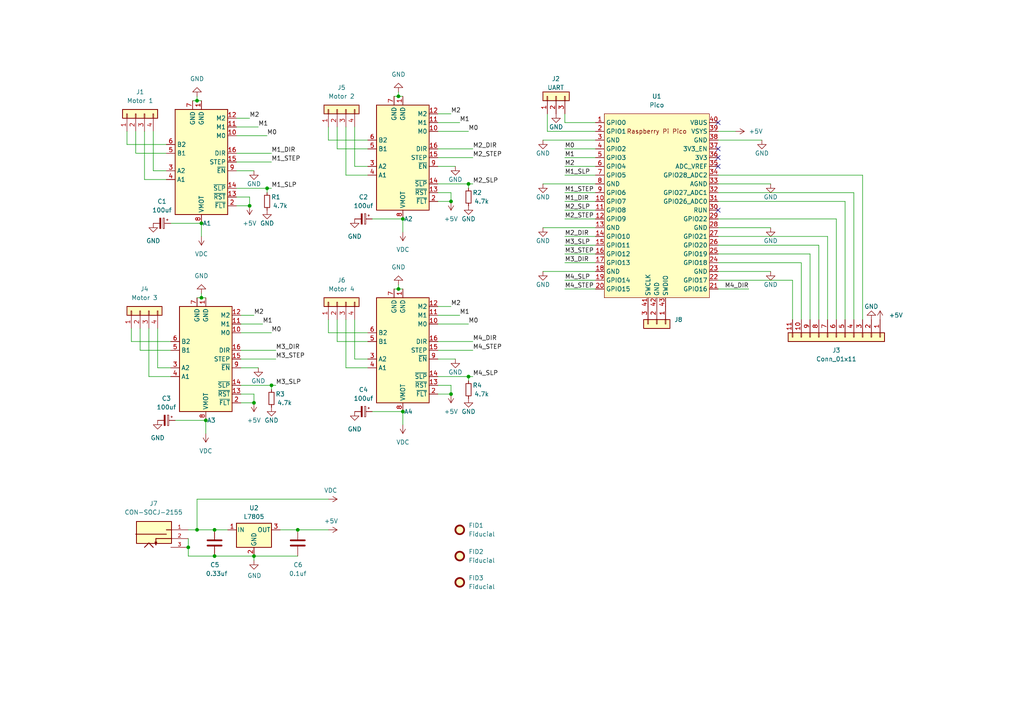
<source format=kicad_sch>
(kicad_sch (version 20230121) (generator eeschema)
  (paper "A4")
  (lib_symbols
    (symbol "Connector_Generic:Conn_01x03" (pin_names (offset 1.016) hide)
      (property "Reference" "J" (at 0 5.08 0))
      (property "Value" "Conn_01x03" (at 0 -5.08 0))
      (symbol "Conn_01x03_1_1"
        (rectangle (start -1.27 -2.413) (end 0 -2.667) (stroke (width 0.1524)))
        (rectangle (start -1.27 0.127) (end 0 -0.127) (stroke (width 0.1524)))
        (rectangle (start -1.27 2.667) (end 0 2.413) (stroke (width 0.1524)))
        (rectangle (start -1.27 3.81) (end 1.27 -3.81) (stroke (width 0.254)) (fill (type background)))
        (pin passive line (at -5.08 2.54 0) (length 3.81) (name "Pin_1") (number "1"))
        (pin passive line (at -5.08 0 0) (length 3.81) (name "Pin_2") (number "2"))
        (pin passive line (at -5.08 -2.54 0) (length 3.81) (name "Pin_3") (number "3"))
      )
    )
    (symbol "Connector_Generic:Conn_01x04" (pin_names (offset 1.016) hide)
      (property "Reference" "J" (at 0 5.08 0))
      (property "Value" "Conn_01x04" (at 0 -7.62 0))
      (symbol "Conn_01x04_1_1"
        (rectangle (start -1.27 -4.953) (end 0 -5.207) (stroke (width 0.1524)))
        (rectangle (start -1.27 -2.413) (end 0 -2.667) (stroke (width 0.1524)))
        (rectangle (start -1.27 0.127) (end 0 -0.127) (stroke (width 0.1524)))
        (rectangle (start -1.27 2.667) (end 0 2.413) (stroke (width 0.1524)))
        (rectangle (start -1.27 3.81) (end 1.27 -6.35) (stroke (width 0.254)) (fill (type background)))
        (pin passive line (at -5.08 2.54 0) (length 3.81) (name "Pin_1") (number "1"))
        (pin passive line (at -5.08 0 0) (length 3.81) (name "Pin_2") (number "2"))
        (pin passive line (at -5.08 -2.54 0) (length 3.81) (name "Pin_3") (number "3"))
        (pin passive line (at -5.08 -5.08 0) (length 3.81) (name "Pin_4") (number "4"))
      )
    )
    (symbol "Connector_Generic:Conn_01x11" (pin_names (offset 1.016) hide)
      (property "Reference" "J" (at 0 15.24 0))
      (property "Value" "Conn_01x11" (at 0 -15.24 0))
      (symbol "Conn_01x11_1_1"
        (rectangle (start -1.27 -12.573) (end 0 -12.827) (stroke (width 0.1524)))
        (rectangle (start -1.27 -10.033) (end 0 -10.287) (stroke (width 0.1524)))
        (rectangle (start -1.27 -7.493) (end 0 -7.747) (stroke (width 0.1524)))
        (rectangle (start -1.27 -4.953) (end 0 -5.207) (stroke (width 0.1524)))
        (rectangle (start -1.27 -2.413) (end 0 -2.667) (stroke (width 0.1524)))
        (rectangle (start -1.27 0.127) (end 0 -0.127) (stroke (width 0.1524)))
        (rectangle (start -1.27 2.667) (end 0 2.413) (stroke (width 0.1524)))
        (rectangle (start -1.27 5.207) (end 0 4.953) (stroke (width 0.1524)))
        (rectangle (start -1.27 7.747) (end 0 7.493) (stroke (width 0.1524)))
        (rectangle (start -1.27 10.287) (end 0 10.033) (stroke (width 0.1524)))
        (rectangle (start -1.27 12.827) (end 0 12.573) (stroke (width 0.1524)))
        (rectangle (start -1.27 13.97) (end 1.27 -13.97) (stroke (width 0.254)) (fill (type background)))
        (pin passive line (at -5.08 12.7 0) (length 3.81) (name "Pin_1") (number "1"))
        (pin passive line (at -5.08 -10.16 0) (length 3.81) (name "Pin_10") (number "10"))
        (pin passive line (at -5.08 -12.7 0) (length 3.81) (name "Pin_11") (number "11"))
        (pin passive line (at -5.08 10.16 0) (length 3.81) (name "Pin_2") (number "2"))
        (pin passive line (at -5.08 7.62 0) (length 3.81) (name "Pin_3") (number "3"))
        (pin passive line (at -5.08 5.08 0) (length 3.81) (name "Pin_4") (number "4"))
        (pin passive line (at -5.08 2.54 0) (length 3.81) (name "Pin_5") (number "5"))
        (pin passive line (at -5.08 0 0) (length 3.81) (name "Pin_6") (number "6"))
        (pin passive line (at -5.08 -2.54 0) (length 3.81) (name "Pin_7") (number "7"))
        (pin passive line (at -5.08 -5.08 0) (length 3.81) (name "Pin_8") (number "8"))
        (pin passive line (at -5.08 -7.62 0) (length 3.81) (name "Pin_9") (number "9"))
      )
    )
    (symbol "Device:C" (pin_numbers hide) (pin_names (offset 0.254))
      (property "Reference" "C" (at 0.635 2.54 0))
      (property "Value" "C" (at 0.635 -2.54 0))
      (symbol "C_0_1"
        (polyline (pts (xy -2.032 -0.762) (xy 2.032 -0.762)) (stroke (width 0.508)))
        (polyline (pts (xy -2.032 0.762) (xy 2.032 0.762)) (stroke (width 0.508)))
      )
      (symbol "C_1_1"
        (pin passive line (at 0 3.81 270) (length 2.794) (name "~") (number "1"))
        (pin passive line (at 0 -3.81 90) (length 2.794) (name "~") (number "2"))
      )
    )
    (symbol "Device:C_Polarized_Small" (pin_numbers hide) (pin_names (offset 0.254) hide)
      (property "Reference" "C" (at 0.254 1.778 0))
      (property "Value" "C_Polarized_Small" (at 0.254 -2.032 0))
      (symbol "C_Polarized_Small_0_1"
        (rectangle (start -1.524 -0.3048) (end 1.524 -0.6858) (fill (type outline)))
        (rectangle (start -1.524 0.6858) (end 1.524 0.3048))
        (polyline (pts (xy -1.27 1.524) (xy -0.762 1.524)))
        (polyline (pts (xy -1.016 1.27) (xy -1.016 1.778)))
      )
      (symbol "C_Polarized_Small_1_1"
        (pin passive line (at 0 2.54 270) (length 1.8542) (name "~") (number "1"))
        (pin passive line (at 0 -2.54 90) (length 1.8542) (name "~") (number "2"))
      )
    )
    (symbol "Device:R_Small" (pin_numbers hide) (pin_names (offset 0.254) hide)
      (property "Reference" "R" (at 0.762 0.508 0))
      (property "Value" "R_Small" (at 0.762 -1.016 0))
      (symbol "R_Small_0_1"
        (rectangle (start -0.762 1.778) (end 0.762 -1.778) (stroke (width 0.2032)))
      )
      (symbol "R_Small_1_1"
        (pin passive line (at 0 2.54 270) (length 0.762) (name "~") (number "1"))
        (pin passive line (at 0 -2.54 90) (length 0.762) (name "~") (number "2"))
      )
    )
    (symbol "Driver_Motor:Pololu_Breakout_DRV8825"
      (property "Reference" "A" (at -2.54 16.51 0))
      (property "Value" "Pololu_Breakout_DRV8825" (at -2.54 13.97 0))
      (symbol "Pololu_Breakout_DRV8825_0_1"
        (rectangle (start 7.62 -17.78) (end -7.62 12.7) (stroke (width 0.254)) (fill (type background)))
      )
      (symbol "Pololu_Breakout_DRV8825_1_1"
        (pin power_in line (at 0 -20.32 90) (length 2.54) (name "GND") (number "1"))
        (pin input line (at -10.16 -10.16 0) (length 2.54) (name "M0") (number "10"))
        (pin input line (at -10.16 -12.7 0) (length 2.54) (name "M1") (number "11"))
        (pin input line (at -10.16 -15.24 0) (length 2.54) (name "M2") (number "12"))
        (pin input line (at -10.16 7.62 0) (length 2.54) (name "~{RST}") (number "13"))
        (pin input line (at -10.16 5.08 0) (length 2.54) (name "~{SLP}") (number "14"))
        (pin input line (at -10.16 -2.54 0) (length 2.54) (name "STEP") (number "15"))
        (pin input line (at -10.16 -5.08 0) (length 2.54) (name "DIR") (number "16"))
        (pin output line (at -10.16 10.16 0) (length 2.54) (name "~{FLT}") (number "2"))
        (pin output line (at 10.16 0 180) (length 2.54) (name "A2") (number "3"))
        (pin output line (at 10.16 2.54 180) (length 2.54) (name "A1") (number "4"))
        (pin output line (at 10.16 -5.08 180) (length 2.54) (name "B1") (number "5"))
        (pin output line (at 10.16 -7.62 180) (length 2.54) (name "B2") (number "6"))
        (pin power_in line (at 2.54 -20.32 90) (length 2.54) (name "GND") (number "7"))
        (pin power_in line (at 0 15.24 270) (length 2.54) (name "VMOT") (number "8"))
        (pin input line (at -10.16 0 0) (length 2.54) (name "~{EN}") (number "9"))
      )
    )
    (symbol "MCU_RaspberryPi_and_Boards:Pico"
      (property "Reference" "U" (at -13.97 27.94 0))
      (property "Value" "Pico" (at 0 19.05 0))
      (symbol "Pico_0_0"
        (text "Raspberry Pi Pico" (at 0 21.59 0) (effects (font (size 1.27 1.27))))
      )
      (symbol "Pico_0_1"
        (rectangle (start -15.24 26.67) (end 15.24 -26.67) (fill (type background)))
      )
      (symbol "Pico_1_1"
        (pin bidirectional line (at -17.78 24.13 0) (length 2.54) (name "GPIO0") (number "1"))
        (pin bidirectional line (at -17.78 1.27 0) (length 2.54) (name "GPIO7") (number "10"))
        (pin bidirectional line (at -17.78 -1.27 0) (length 2.54) (name "GPIO8") (number "11"))
        (pin bidirectional line (at -17.78 -3.81 0) (length 2.54) (name "GPIO9") (number "12"))
        (pin power_in line (at -17.78 -6.35 0) (length 2.54) (name "GND") (number "13"))
        (pin bidirectional line (at -17.78 -8.89 0) (length 2.54) (name "GPIO10") (number "14"))
        (pin bidirectional line (at -17.78 -11.43 0) (length 2.54) (name "GPIO11") (number "15"))
        (pin bidirectional line (at -17.78 -13.97 0) (length 2.54) (name "GPIO12") (number "16"))
        (pin bidirectional line (at -17.78 -16.51 0) (length 2.54) (name "GPIO13") (number "17"))
        (pin power_in line (at -17.78 -19.05 0) (length 2.54) (name "GND") (number "18"))
        (pin bidirectional line (at -17.78 -21.59 0) (length 2.54) (name "GPIO14") (number "19"))
        (pin bidirectional line (at -17.78 21.59 0) (length 2.54) (name "GPIO1") (number "2"))
        (pin bidirectional line (at -17.78 -24.13 0) (length 2.54) (name "GPIO15") (number "20"))
        (pin bidirectional line (at 17.78 -24.13 180) (length 2.54) (name "GPIO16") (number "21"))
        (pin bidirectional line (at 17.78 -21.59 180) (length 2.54) (name "GPIO17") (number "22"))
        (pin power_in line (at 17.78 -19.05 180) (length 2.54) (name "GND") (number "23"))
        (pin bidirectional line (at 17.78 -16.51 180) (length 2.54) (name "GPIO18") (number "24"))
        (pin bidirectional line (at 17.78 -13.97 180) (length 2.54) (name "GPIO19") (number "25"))
        (pin bidirectional line (at 17.78 -11.43 180) (length 2.54) (name "GPIO20") (number "26"))
        (pin bidirectional line (at 17.78 -8.89 180) (length 2.54) (name "GPIO21") (number "27"))
        (pin power_in line (at 17.78 -6.35 180) (length 2.54) (name "GND") (number "28"))
        (pin bidirectional line (at 17.78 -3.81 180) (length 2.54) (name "GPIO22") (number "29"))
        (pin power_in line (at -17.78 19.05 0) (length 2.54) (name "GND") (number "3"))
        (pin input line (at 17.78 -1.27 180) (length 2.54) (name "RUN") (number "30"))
        (pin bidirectional line (at 17.78 1.27 180) (length 2.54) (name "GPIO26_ADC0") (number "31"))
        (pin bidirectional line (at 17.78 3.81 180) (length 2.54) (name "GPIO27_ADC1") (number "32"))
        (pin power_in line (at 17.78 6.35 180) (length 2.54) (name "AGND") (number "33"))
        (pin bidirectional line (at 17.78 8.89 180) (length 2.54) (name "GPIO28_ADC2") (number "34"))
        (pin power_in line (at 17.78 11.43 180) (length 2.54) (name "ADC_VREF") (number "35"))
        (pin power_in line (at 17.78 13.97 180) (length 2.54) (name "3V3") (number "36"))
        (pin input line (at 17.78 16.51 180) (length 2.54) (name "3V3_EN") (number "37"))
        (pin bidirectional line (at 17.78 19.05 180) (length 2.54) (name "GND") (number "38"))
        (pin power_in line (at 17.78 21.59 180) (length 2.54) (name "VSYS") (number "39"))
        (pin bidirectional line (at -17.78 16.51 0) (length 2.54) (name "GPIO2") (number "4"))
        (pin power_in line (at 17.78 24.13 180) (length 2.54) (name "VBUS") (number "40"))
        (pin input line (at -2.54 -29.21 90) (length 2.54) (name "SWCLK") (number "41"))
        (pin power_in line (at 0 -29.21 90) (length 2.54) (name "GND") (number "42"))
        (pin bidirectional line (at 2.54 -29.21 90) (length 2.54) (name "SWDIO") (number "43"))
        (pin bidirectional line (at -17.78 13.97 0) (length 2.54) (name "GPIO3") (number "5"))
        (pin bidirectional line (at -17.78 11.43 0) (length 2.54) (name "GPIO4") (number "6"))
        (pin bidirectional line (at -17.78 8.89 0) (length 2.54) (name "GPIO5") (number "7"))
        (pin power_in line (at -17.78 6.35 0) (length 2.54) (name "GND") (number "8"))
        (pin bidirectional line (at -17.78 3.81 0) (length 2.54) (name "GPIO6") (number "9"))
      )
    )
    (symbol "Mechanical:Fiducial"
      (property "Reference" "FID" (at 0 5.08 0))
      (property "Value" "Fiducial" (at 0 3.175 0))
      (symbol "Fiducial_0_1"
        (circle (center 0 0) (radius 1.27) (stroke (width 0.508)) (fill (type background)))
      )
    )
    (symbol "Regulator_Linear:L7805" (pin_names (offset 0.254))
      (property "Reference" "U" (at -3.81 3.175 0))
      (property "Value" "L7805" (at 0 3.175 0))
      (symbol "L7805_0_1"
        (rectangle (start -5.08 1.905) (end 5.08 -5.08) (stroke (width 0.254)) (fill (type background)))
      )
      (symbol "L7805_1_1"
        (pin power_in line (at -7.62 0 0) (length 2.54) (name "IN") (number "1"))
        (pin power_in line (at 0 -7.62 90) (length 2.54) (name "GND") (number "2"))
        (pin power_out line (at 7.62 0 180) (length 2.54) (name "OUT") (number "3"))
      )
    )
    (symbol "power:+5V" (power) (pin_names (offset 0))
      (property "Value" "+5V" (at 0 3.556 0))
      (symbol "+5V_0_1"
        (polyline (pts (xy -0.762 1.27) (xy 0 2.54)))
        (polyline (pts (xy 0 0) (xy 0 2.54)))
        (polyline (pts (xy 0 2.54) (xy 0.762 1.27)))
      )
      (symbol "+5V_1_1"
        (pin power_in line (at 0 0 90) (length 0) hide (name "+5V") (number "1"))
      )
    )
    (symbol "power:GND" (power) (pin_names (offset 0))
      (property "Value" "GND" (at 0 -3.81 0))
      (symbol "GND_0_1"
        (polyline (pts (xy 0 0) (xy 0 -1.27) (xy 1.27 -1.27) (xy 0 -2.54) (xy -1.27 -1.27) (xy 0 -1.27)))
      )
      (symbol "GND_1_1"
        (pin power_in line (at 0 0 270) (length 0) hide (name "GND") (number "1"))
      )
    )
    (symbol "power:VDC" (power) (pin_names (offset 0))
      (property "Value" "VDC" (at 0 6.35 0))
      (symbol "VDC_0_1"
        (polyline (pts (xy -0.762 1.27) (xy 0 2.54)))
        (polyline (pts (xy 0 0) (xy 0 2.54)))
        (polyline (pts (xy 0 2.54) (xy 0.762 1.27)))
      )
      (symbol "VDC_1_1"
        (pin power_in line (at 0 0 90) (length 0) hide (name "VDC") (number "1"))
      )
    )
    (symbol "secdev-main-board:CON-SOCJ-2155" (pin_names (offset 1.016))
      (property "Reference" "J" (at -5.08 5.08 0))
      (property "Value" "CON-SOCJ-2155" (at -5.08 -4.318 0))
      (symbol "CON-SOCJ-2155_0_0"
        (rectangle (start -4.8683 -1.397) (end 5.2917 4.953) (stroke (width 0.254)) (fill (type background)))
        (polyline (pts (xy -2.54 -2.54) (xy -1.27 -1.27)) (stroke (width 0.254)))
        (polyline (pts (xy -1.27 -1.27) (xy 0 -2.54)) (stroke (width 0.254)))
        (polyline (pts (xy 0.762 0) (xy 0.762 -1.778)) (stroke (width 0.254)))
        (polyline (pts (xy 0.762 0) (xy 5.08 0)) (stroke (width 0.254)))
        (polyline (pts (xy 3.81 1.27) (xy -5.08 1.27)) (stroke (width 0.254)))
        (polyline (pts (xy 3.81 2.54) (xy 5.08 2.54)) (stroke (width 0.254)))
        (polyline (pts (xy 0.762 -1.778) (xy 0.508 -1.016) (xy 1.016 -1.016) (xy 0.762 -1.778)) (stroke (width 0.254)) (fill (type outline)))
        (pin passive line (at 10.16 2.54 180) (length 5.08) (name "~") (number "1"))
        (pin passive line (at 10.16 0 180) (length 5.08) (name "~") (number "2"))
        (pin passive line (at 10.16 -2.54 180) (length 5.08) (name "~") (number "3"))
      )
    )
  )
  (junction (at 62.23 161.29))
  (junction (at 59.69 121.92))
  (junction (at 54.61 158.75))
  (junction (at 57.15 29.21))
  (junction (at 115.57 83.82))
  (junction (at 58.42 86.36))
  (junction (at 62.23 153.67))
  (junction (at 130.81 58.42))
  (junction (at 135.89 53.34))
  (junction (at 86.36 153.67))
  (junction (at 73.66 116.84))
  (junction (at 116.84 119.38))
  (junction (at 78.74 111.76))
  (junction (at 135.89 109.22))
  (junction (at 73.66 161.29))
  (junction (at 130.81 114.3))
  (junction (at 57.15 153.67))
  (junction (at 116.84 63.5))
  (junction (at 77.47 54.61))
  (junction (at 72.39 59.69))
  (junction (at 115.57 27.94))
  (junction (at 58.42 64.77))
  (no_connect (at 208.28 43.18))
  (no_connect (at 208.28 35.56))
  (no_connect (at 208.28 45.72))
  (no_connect (at 208.28 48.26))
  (no_connect (at 208.28 60.96))
  (wire (pts (xy 69.85 93.98) (xy 76.2 93.98)))
  (wire (pts (xy 69.85 101.6) (xy 80.01 101.6)))
  (wire (pts (xy 127 99.06) (xy 137.16 99.06)))
  (wire (pts (xy 81.28 153.67) (xy 86.36 153.67)))
  (wire (pts (xy 107.95 119.38) (xy 116.84 119.38)))
  (wire (pts (xy 127 93.98) (xy 135.89 93.98)))
  (wire (pts (xy 69.85 106.68) (xy 74.93 106.68)))
  (wire (pts (xy 127 104.14) (xy 132.08 104.14)))
  (wire (pts (xy 62.23 153.67) (xy 66.04 153.67)))
  (wire (pts (xy 57.15 27.94) (xy 57.15 29.21)))
  (wire (pts (xy 57.15 29.21) (xy 58.42 29.21)))
  (wire (pts (xy 41.91 52.07) (xy 41.91 38.1)))
  (wire (pts (xy 208.28 53.34) (xy 223.52 53.34)))
  (wire (pts (xy 127 88.9) (xy 130.81 88.9)))
  (wire (pts (xy 127 55.88) (xy 130.81 55.88)))
  (wire (pts (xy 106.68 96.52) (xy 95.25 96.52)))
  (wire (pts (xy 115.57 83.82) (xy 116.84 83.82)))
  (wire (pts (xy 229.87 81.28) (xy 229.87 92.71)))
  (wire (pts (xy 115.57 26.67) (xy 115.57 27.94)))
  (wire (pts (xy 208.28 38.1) (xy 213.36 38.1)))
  (wire (pts (xy 54.61 158.75) (xy 54.61 161.29)))
  (wire (pts (xy 49.53 109.22) (xy 43.18 109.22)))
  (wire (pts (xy 73.66 161.29) (xy 73.66 162.56)))
  (wire (pts (xy 106.68 50.8) (xy 100.33 50.8)))
  (wire (pts (xy 245.11 58.42) (xy 245.11 92.71)))
  (wire (pts (xy 247.65 55.88) (xy 247.65 92.71)))
  (wire (pts (xy 95.25 96.52) (xy 95.25 92.71)))
  (wire (pts (xy 86.36 153.67) (xy 95.25 153.67)))
  (wire (pts (xy 172.72 45.72) (xy 163.83 45.72)))
  (wire (pts (xy 208.28 58.42) (xy 245.11 58.42)))
  (wire (pts (xy 127 111.76) (xy 130.81 111.76)))
  (wire (pts (xy 157.48 53.34) (xy 172.72 53.34)))
  (wire (pts (xy 115.57 27.94) (xy 116.84 27.94)))
  (wire (pts (xy 54.61 161.29) (xy 62.23 161.29)))
  (wire (pts (xy 68.58 59.69) (xy 72.39 59.69)))
  (wire (pts (xy 57.15 86.36) (xy 58.42 86.36)))
  (wire (pts (xy 135.89 53.34) (xy 127 53.34)))
  (wire (pts (xy 57.15 153.67) (xy 62.23 153.67)))
  (wire (pts (xy 44.45 49.53) (xy 44.45 38.1)))
  (wire (pts (xy 208.28 83.82) (xy 217.17 83.82)))
  (wire (pts (xy 208.28 78.74) (xy 223.52 78.74)))
  (wire (pts (xy 163.83 76.2) (xy 172.72 76.2)))
  (wire (pts (xy 127 33.02) (xy 130.81 33.02)))
  (wire (pts (xy 58.42 68.58) (xy 58.42 64.77)))
  (wire (pts (xy 116.84 67.31) (xy 116.84 63.5)))
  (wire (pts (xy 40.64 101.6) (xy 40.64 95.25)))
  (wire (pts (xy 69.85 104.14) (xy 80.01 104.14)))
  (wire (pts (xy 49.53 64.77) (xy 58.42 64.77)))
  (wire (pts (xy 48.26 49.53) (xy 44.45 49.53)))
  (wire (pts (xy 45.72 106.68) (xy 45.72 95.25)))
  (wire (pts (xy 73.66 161.29) (xy 86.36 161.29)))
  (wire (pts (xy 72.39 57.15) (xy 72.39 59.69)))
  (wire (pts (xy 59.69 125.73) (xy 59.69 121.92)))
  (wire (pts (xy 172.72 38.1) (xy 158.75 38.1)))
  (wire (pts (xy 114.3 83.82) (xy 115.57 83.82)))
  (wire (pts (xy 114.3 27.94) (xy 115.57 27.94)))
  (wire (pts (xy 157.48 66.04) (xy 172.72 66.04)))
  (wire (pts (xy 48.26 41.91) (xy 36.83 41.91)))
  (wire (pts (xy 127 91.44) (xy 133.35 91.44)))
  (wire (pts (xy 163.83 55.88) (xy 172.72 55.88)))
  (wire (pts (xy 116.84 123.19) (xy 116.84 119.38)))
  (wire (pts (xy 97.79 99.06) (xy 97.79 92.71)))
  (wire (pts (xy 69.85 116.84) (xy 73.66 116.84)))
  (wire (pts (xy 163.83 71.12) (xy 172.72 71.12)))
  (wire (pts (xy 163.83 33.02) (xy 163.83 35.56)))
  (wire (pts (xy 163.83 83.82) (xy 172.72 83.82)))
  (wire (pts (xy 237.49 71.12) (xy 237.49 92.71)))
  (wire (pts (xy 163.83 68.58) (xy 172.72 68.58)))
  (wire (pts (xy 58.42 86.36) (xy 59.69 86.36)))
  (wire (pts (xy 208.28 68.58) (xy 240.03 68.58)))
  (wire (pts (xy 135.89 109.22) (xy 127 109.22)))
  (wire (pts (xy 158.75 33.02) (xy 158.75 38.1)))
  (wire (pts (xy 106.68 99.06) (xy 97.79 99.06)))
  (wire (pts (xy 208.28 63.5) (xy 242.57 63.5)))
  (wire (pts (xy 68.58 49.53) (xy 73.66 49.53)))
  (wire (pts (xy 39.37 44.45) (xy 39.37 38.1)))
  (wire (pts (xy 95.25 40.64) (xy 95.25 36.83)))
  (wire (pts (xy 163.83 58.42) (xy 172.72 58.42)))
  (wire (pts (xy 157.48 40.64) (xy 172.72 40.64)))
  (wire (pts (xy 234.95 73.66) (xy 234.95 92.71)))
  (wire (pts (xy 54.61 153.67) (xy 57.15 153.67)))
  (wire (pts (xy 78.74 111.76) (xy 80.01 111.76)))
  (wire (pts (xy 242.57 63.5) (xy 242.57 92.71)))
  (wire (pts (xy 127 35.56) (xy 133.35 35.56)))
  (wire (pts (xy 250.19 50.8) (xy 250.19 92.71)))
  (wire (pts (xy 68.58 46.99) (xy 78.74 46.99)))
  (wire (pts (xy 107.95 63.5) (xy 116.84 63.5)))
  (wire (pts (xy 73.66 114.3) (xy 73.66 116.84)))
  (wire (pts (xy 106.68 40.64) (xy 95.25 40.64)))
  (wire (pts (xy 62.23 161.29) (xy 73.66 161.29)))
  (wire (pts (xy 127 38.1) (xy 135.89 38.1)))
  (wire (pts (xy 135.89 110.49) (xy 135.89 109.22)))
  (wire (pts (xy 163.83 63.5) (xy 172.72 63.5)))
  (wire (pts (xy 106.68 104.14) (xy 102.87 104.14)))
  (wire (pts (xy 163.83 73.66) (xy 172.72 73.66)))
  (wire (pts (xy 240.03 68.58) (xy 240.03 92.71)))
  (wire (pts (xy 36.83 41.91) (xy 36.83 38.1)))
  (wire (pts (xy 78.74 113.03) (xy 78.74 111.76)))
  (wire (pts (xy 157.48 78.74) (xy 172.72 78.74)))
  (wire (pts (xy 163.83 50.8) (xy 172.72 50.8)))
  (wire (pts (xy 78.74 111.76) (xy 69.85 111.76)))
  (wire (pts (xy 208.28 73.66) (xy 234.95 73.66)))
  (wire (pts (xy 54.61 156.21) (xy 54.61 158.75)))
  (wire (pts (xy 135.89 53.34) (xy 137.16 53.34)))
  (wire (pts (xy 208.28 55.88) (xy 247.65 55.88)))
  (wire (pts (xy 135.89 54.61) (xy 135.89 53.34)))
  (wire (pts (xy 77.47 54.61) (xy 78.74 54.61)))
  (wire (pts (xy 232.41 76.2) (xy 232.41 92.71)))
  (wire (pts (xy 127 48.26) (xy 132.08 48.26)))
  (wire (pts (xy 130.81 55.88) (xy 130.81 58.42)))
  (wire (pts (xy 100.33 50.8) (xy 100.33 36.83)))
  (wire (pts (xy 97.79 43.18) (xy 97.79 36.83)))
  (wire (pts (xy 106.68 48.26) (xy 102.87 48.26)))
  (wire (pts (xy 100.33 106.68) (xy 100.33 92.71)))
  (wire (pts (xy 49.53 106.68) (xy 45.72 106.68)))
  (wire (pts (xy 127 114.3) (xy 130.81 114.3)))
  (wire (pts (xy 69.85 114.3) (xy 73.66 114.3)))
  (wire (pts (xy 127 58.42) (xy 130.81 58.42)))
  (wire (pts (xy 68.58 34.29) (xy 72.39 34.29)))
  (wire (pts (xy 55.88 29.21) (xy 57.15 29.21)))
  (wire (pts (xy 77.47 54.61) (xy 68.58 54.61)))
  (wire (pts (xy 57.15 144.78) (xy 95.25 144.78)))
  (wire (pts (xy 49.53 99.06) (xy 38.1 99.06)))
  (wire (pts (xy 172.72 43.18) (xy 163.83 43.18)))
  (wire (pts (xy 208.28 81.28) (xy 229.87 81.28)))
  (wire (pts (xy 163.83 60.96) (xy 172.72 60.96)))
  (wire (pts (xy 68.58 44.45) (xy 78.74 44.45)))
  (wire (pts (xy 48.26 44.45) (xy 39.37 44.45)))
  (wire (pts (xy 68.58 36.83) (xy 74.93 36.83)))
  (wire (pts (xy 115.57 82.55) (xy 115.57 83.82)))
  (wire (pts (xy 102.87 104.14) (xy 102.87 92.71)))
  (wire (pts (xy 127 45.72) (xy 137.16 45.72)))
  (wire (pts (xy 48.26 52.07) (xy 41.91 52.07)))
  (wire (pts (xy 68.58 39.37) (xy 77.47 39.37)))
  (wire (pts (xy 69.85 96.52) (xy 78.74 96.52)))
  (wire (pts (xy 127 101.6) (xy 137.16 101.6)))
  (wire (pts (xy 163.83 35.56) (xy 172.72 35.56)))
  (wire (pts (xy 127 43.18) (xy 137.16 43.18)))
  (wire (pts (xy 208.28 76.2) (xy 232.41 76.2)))
  (wire (pts (xy 69.85 91.44) (xy 73.66 91.44)))
  (wire (pts (xy 58.42 85.09) (xy 58.42 86.36)))
  (wire (pts (xy 43.18 109.22) (xy 43.18 95.25)))
  (wire (pts (xy 106.68 106.68) (xy 100.33 106.68)))
  (wire (pts (xy 38.1 99.06) (xy 38.1 95.25)))
  (wire (pts (xy 208.28 40.64) (xy 220.98 40.64)))
  (wire (pts (xy 130.81 111.76) (xy 130.81 114.3)))
  (wire (pts (xy 208.28 66.04) (xy 223.52 66.04)))
  (wire (pts (xy 50.8 121.92) (xy 59.69 121.92)))
  (wire (pts (xy 102.87 48.26) (xy 102.87 36.83)))
  (wire (pts (xy 208.28 71.12) (xy 237.49 71.12)))
  (wire (pts (xy 106.68 43.18) (xy 97.79 43.18)))
  (wire (pts (xy 172.72 48.26) (xy 163.83 48.26)))
  (wire (pts (xy 49.53 101.6) (xy 40.64 101.6)))
  (wire (pts (xy 57.15 153.67) (xy 57.15 144.78)))
  (wire (pts (xy 135.89 109.22) (xy 137.16 109.22)))
  (wire (pts (xy 68.58 57.15) (xy 72.39 57.15)))
  (wire (pts (xy 163.83 81.28) (xy 172.72 81.28)))
  (wire (pts (xy 208.28 50.8) (xy 250.19 50.8)))
  (wire (pts (xy 77.47 55.88) (xy 77.47 54.61)))
  (label "M1_STEP" (at 163.83 55.88 0))
  (label "M0" (at 135.89 38.1 0))
  (label "M4_DIR" (at 137.16 99.06 0))
  (label "M2_SLP" (at 137.16 53.34 0))
  (label "M2_DIR" (at 137.16 43.18 0))
  (label "M2" (at 163.83 48.26 0))
  (label "M2_STEP" (at 163.83 63.5 0))
  (label "M3_DIR" (at 80.01 101.6 0))
  (label "M0" (at 135.89 93.98 0))
  (label "M1" (at 133.35 91.44 0))
  (label "M4_STEP" (at 163.83 83.82 0))
  (label "M1_SLP" (at 163.83 50.8 0))
  (label "M2" (at 130.81 88.9 0))
  (label "M0" (at 77.47 39.37 0))
  (label "M3_STEP" (at 80.01 104.14 0))
  (label "M4_DIR" (at 217.17 83.82 180))
  (label "M4_STEP" (at 137.16 101.6 0))
  (label "M1" (at 133.35 35.56 0))
  (label "M4_SLP" (at 163.83 81.28 0))
  (label "M0" (at 163.83 43.18 0))
  (label "M1" (at 76.2 93.98 0))
  (label "M4_SLP" (at 137.16 109.22 0))
  (label "M1" (at 74.93 36.83 0))
  (label "M2_DIR" (at 163.83 68.58 0))
  (label "M3_SLP" (at 80.01 111.76 0))
  (label "M1_DIR" (at 163.83 58.42 0))
  (label "M2_STEP" (at 137.16 45.72 0))
  (label "M2_SLP" (at 163.83 60.96 0))
  (label "M0" (at 78.74 96.52 0))
  (label "M2" (at 72.39 34.29 0))
  (label "M1_SLP" (at 78.74 54.61 0))
  (label "M2" (at 73.66 91.44 0))
  (label "M1" (at 163.83 45.72 0))
  (label "M1_DIR" (at 78.74 44.45 0))
  (label "M1_STEP" (at 78.74 46.99 0))
  (label "M3_DIR" (at 163.83 76.2 0))
  (label "M3_STEP" (at 163.83 73.66 0))
  (label "M2" (at 130.81 33.02 0))
  (label "M3_SLP" (at 163.83 71.12 0))
  (symbol (lib_id "power:+5V") (at 130.81 114.3 180) (unit 1)
    (property "Reference" "#PWR026" (effects hide))
    (property "Value" "+5V" (at 130.81 119.38 0))
  )
  (symbol (lib_id "Driver_Motor:Pololu_Breakout_DRV8825") (at 116.84 104.14 180) (unit 1)
    (property "Reference" "A4" (at 117.1859 119.38 0) (effects (justify right)))
    (property "Value" "Pololu_Breakout_DRV8825" (effects hide))
    (property "Footprint" "Module:Pololu_Breakout-16_15.2x20.3mm" (effects hide))
    (property "Datasheet" "https://www.pololu.com/product/2982" (effects hide))
  )
  (symbol (lib_id "power:GND") (at 157.48 66.04 0) (unit 1)
    (property "Reference" "#PWR036" (effects hide))
    (property "Value" "GND" (at 157.48 69.85 0))
  )
  (symbol (lib_id "Connector_Generic:Conn_01x04") (at 97.79 31.75 90) (unit 1)
    (property "Reference" "J5" (at 99.06 25.4 90))
    (property "Value" "Motor 2" (at 99.06 27.94 90))
    (property "Footprint" "Connector_JST:JST_XH_B4B-XH-A_1x04_P2.50mm_Vertical" (effects hide))
  )
  (symbol (lib_id "power:GND") (at 44.45 64.77 0) (unit 1)
    (property "Reference" "#PWR01" (effects hide))
    (property "Value" "GND" (at 44.45 69.85 0))
  )
  (symbol (lib_id "Device:R_Small") (at 77.47 58.42 0) (unit 1)
    (property "Reference" "R1" (at 80.01 57.15 0))
    (property "Value" "4.7k" (at 81.28 59.69 0))
    (property "Footprint" "Resistor_SMD:R_0805_2012Metric_Pad1.20x1.40mm_HandSolder" (effects hide))
    (property "Datasheet" "https://www.mouser.com/datasheet/2/315/Panasonic_01052021_Resistor_Thick_FIlm_HI_Temp_ERJ-1950704.pdf" (effects hide))
    (property "Mfg #" "ERJ-HP6D4701V" (effects hide))
    (property "Mouser #" "667-ERJ-HP6D4701V" (effects hide))
  )
  (symbol (lib_id "power:GND") (at 73.66 49.53 0) (unit 1)
    (property "Reference" "#PWR03" (effects hide))
    (property "Value" "GND" (at 73.66 53.34 0))
  )
  (symbol (lib_id "power:GND") (at 157.48 40.64 0) (unit 1)
    (property "Reference" "#PWR037" (effects hide))
    (property "Value" "GND" (at 157.48 44.45 0))
  )
  (symbol (lib_id "power:GND") (at 115.57 82.55 180) (unit 1)
    (property "Reference" "#PWR024" (effects hide))
    (property "Value" "GND" (at 115.57 77.47 0))
  )
  (symbol (lib_id "Regulator_Linear:L7805") (at 73.66 153.67 0) (unit 1)
    (property "Reference" "U2" (at 73.66 147.32 0))
    (property "Value" "L7805" (at 73.66 149.86 0))
    (property "Footprint" "Package_TO_SOT_THT:TO-220-3_Vertical" (effects hide))
    (property "Datasheet" "https://www.ti.com/lit/ds/symlink/lm7800.pdf?HQS=dis-mous-null-mousermode-dsf-pf-null-wwe&ts=1697463931918&ref_url=https%253A%252F%252Fwww.mouser.com%252F" (effects hide))
    (property "Mfg #" "LM7805CT/NOPB" (effects hide))
  )
  (symbol (lib_id "Device:C_Polarized_Small") (at 105.41 63.5 270) (unit 1)
    (property "Reference" "C2" (at 105.41 57.15 90))
    (property "Value" "100uf" (at 105.41 59.69 90))
    (property "Footprint" "Capacitor_THT:CP_Radial_D6.3mm_P2.50mm" (effects hide))
  )
  (symbol (lib_id "power:GND") (at 157.48 78.74 0) (unit 1)
    (property "Reference" "#PWR030" (effects hide))
    (property "Value" "GND" (at 157.48 82.55 0))
  )
  (symbol (lib_id "power:GND") (at 57.15 27.94 180) (unit 1)
    (property "Reference" "#PWR010" (effects hide))
    (property "Value" "GND" (at 57.15 22.86 0))
  )
  (symbol (lib_id "power:GND") (at 74.93 106.68 0) (unit 1)
    (property "Reference" "#PWR022" (effects hide))
    (property "Value" "GND" (at 74.93 110.49 0))
  )
  (symbol (lib_id "power:+5V") (at 73.66 116.84 180) (unit 1)
    (property "Reference" "#PWR020" (effects hide))
    (property "Value" "+5V" (at 73.66 121.92 0))
  )
  (symbol (lib_id "Device:C") (at 86.36 157.48 0) (unit 1)
    (property "Reference" "C6" (at 85.09 163.83 0) (effects (justify left)))
    (property "Value" "0.1uf" (at 83.82 166.37 0) (effects (justify left)))
    (property "Footprint" "Capacitor_SMD:C_0805_2012Metric_Pad1.18x1.45mm_HandSolder" (effects hide))
    (property "Datasheet" "https://www.mouser.com/datasheet/2/40/KGM_X7R-3223212.pdf" (effects hide))
    (property "Mfr #" "KGM21NR71H104KT" (effects hide))
    (property "Mouser #" "581-KGM21NR71H104KT" (effects hide))
  )
  (symbol (lib_id "power:GND") (at 102.87 63.5 0) (unit 1)
    (property "Reference" "#PWR011" (effects hide))
    (property "Value" "GND" (at 102.87 68.58 0))
  )
  (symbol (lib_id "Device:C") (at 62.23 157.48 0) (unit 1)
    (property "Reference" "C5" (at 60.96 163.83 0) (effects (justify left)))
    (property "Value" "0.33uf" (at 59.69 166.37 0) (effects (justify left)))
    (property "Footprint" "Capacitor_SMD:C_0805_2012Metric_Pad1.18x1.45mm_HandSolder" (effects hide))
    (property "Datasheet" "https://www.mouser.com/datasheet/2/447/KEM_C1002_X7R_SMD-3316098.pdf" (effects hide))
    (property "Mfg #" "C0805C224K1RACTU" (effects hide))
    (property "Mouser #" "80-C0805C224K1R" (effects hide))
  )
  (symbol (lib_id "power:GND") (at 223.52 66.04 0) (unit 1)
    (property "Reference" "#PWR034" (effects hide))
    (property "Value" "GND" (at 223.52 69.85 0))
  )
  (symbol (lib_id "MCU_RaspberryPi_and_Boards:Pico") (at 190.5 59.69 0) (unit 1)
    (property "Reference" "U1" (at 190.5 27.94 0))
    (property "Value" "Pico" (at 190.5 30.48 0))
    (property "Footprint" "MCU_RaspberryPi_and_Boards:RPi_Pico_SMD_TH" (effects hide))
  )
  (symbol (lib_id "secdev-main-board:CON-SOCJ-2155") (at 44.45 156.21 0) (unit 1)
    (property "Reference" "J7" (at 44.5558 146.05 0))
    (property "Value" "CON-SOCJ-2155" (at 44.5558 148.59 0))
    (property "Footprint" "devboard:GRAVITECH_CON-SOCJ-2155" (effects hide))
    (property "MANUFACTURER" "Gravitech" (effects hide))
    (property "STANDARD" "Manufacturer Recommendations" (effects hide))
    (property "PARTREV" "NA" (effects hide))
    (property "MAXIMUM_PACKAGE_HEIGHT" "11.1 mm" (effects hide))
  )
  (symbol (lib_id "Device:C_Polarized_Small") (at 46.99 64.77 270) (unit 1)
    (property "Reference" "C1" (at 46.99 58.42 90))
    (property "Value" "100uf" (at 46.99 60.96 90))
    (property "Footprint" "Capacitor_THT:CP_Radial_D6.3mm_P2.50mm" (effects hide))
  )
  (symbol (lib_id "Connector_Generic:Conn_01x04") (at 40.64 90.17 90) (unit 1)
    (property "Reference" "J4" (at 41.91 83.82 90))
    (property "Value" "Motor 3" (at 41.91 86.36 90))
    (property "Footprint" "Connector_JST:JST_XH_B4B-XH-A_1x04_P2.50mm_Vertical" (effects hide))
  )
  (symbol (lib_id "Driver_Motor:Pololu_Breakout_DRV8825") (at 116.84 48.26 180) (unit 1)
    (property "Reference" "A2" (at 117.1859 63.5 0) (effects (justify right)))
    (property "Value" "Pololu_Breakout_DRV8825" (effects hide))
    (property "Footprint" "Module:Pololu_Breakout-16_15.2x20.3mm" (effects hide))
    (property "Datasheet" "https://www.pololu.com/product/2982" (effects hide))
  )
  (symbol (lib_id "power:GND") (at 45.72 121.92 0) (unit 1)
    (property "Reference" "#PWR017" (effects hide))
    (property "Value" "GND" (at 45.72 127 0))
  )
  (symbol (lib_id "power:GND") (at 157.48 53.34 0) (unit 1)
    (property "Reference" "#PWR029" (effects hide))
    (property "Value" "GND" (at 157.48 57.15 0))
  )
  (symbol (lib_id "Connector_Generic:Conn_01x03") (at 190.5 93.98 270) (unit 1)
    (property "Reference" "J8" (at 195.58 92.71 90) (effects (justify left)))
    (property "Value" "Conn_01x03" (effects hide))
    (property "Footprint" "Connector_JST:JST_XH_B3B-XH-A_1x03_P2.50mm_Vertical" (effects hide))
  )
  (symbol (lib_id "Connector_Generic:Conn_01x03") (at 161.29 27.94 90) (unit 1)
    (property "Reference" "J2" (at 160.02 22.86 90) (effects (justify right)))
    (property "Value" "UART" (at 158.75 25.4 90) (effects (justify right)))
    (property "Footprint" "Connector_JST:JST_XH_B3B-XH-A_1x03_P2.50mm_Vertical" (effects hide))
  )
  (symbol (lib_id "power:GND") (at 132.08 104.14 0) (unit 1)
    (property "Reference" "#PWR028" (effects hide))
    (property "Value" "GND" (at 132.08 107.95 0))
  )
  (symbol (lib_id "power:+5V") (at 95.25 153.67 270) (unit 1)
    (property "Reference" "#PWR06" (effects hide))
    (property "Value" "+5V" (at 93.98 151.13 90) (effects (justify left)))
  )
  (symbol (lib_id "power:VDC") (at 59.69 125.73 180) (unit 1)
    (property "Reference" "#PWR019" (effects hide))
    (property "Value" "VDC" (at 59.69 130.81 0))
  )
  (symbol (lib_id "power:GND") (at 132.08 48.26 0) (unit 1)
    (property "Reference" "#PWR016" (effects hide))
    (property "Value" "GND" (at 132.08 52.07 0))
  )
  (symbol (lib_id "power:+5V") (at 72.39 59.69 180) (unit 1)
    (property "Reference" "#PWR02" (effects hide))
    (property "Value" "+5V" (at 72.39 64.77 0))
  )
  (symbol (lib_id "Device:C_Polarized_Small") (at 48.26 121.92 270) (unit 1)
    (property "Reference" "C3" (at 48.26 115.57 90))
    (property "Value" "100uf" (at 48.26 118.11 90))
    (property "Footprint" "Capacitor_THT:CP_Radial_D6.3mm_P2.50mm" (effects hide))
  )
  (symbol (lib_id "power:GND") (at 102.87 119.38 0) (unit 1)
    (property "Reference" "#PWR023" (effects hide))
    (property "Value" "GND" (at 102.87 124.46 0))
  )
  (symbol (lib_id "Device:R_Small") (at 135.89 57.15 0) (unit 1)
    (property "Reference" "R2" (at 138.43 55.88 0))
    (property "Value" "4.7k" (at 139.7 58.42 0))
    (property "Footprint" "Resistor_SMD:R_0805_2012Metric_Pad1.20x1.40mm_HandSolder" (effects hide))
    (property "Datasheet" "https://www.mouser.com/datasheet/2/315/Panasonic_01052021_Resistor_Thick_FIlm_HI_Temp_ERJ-1950704.pdf" (effects hide))
    (property "Mfg #" "ERJ-HP6D4701V" (effects hide))
    (property "Mouser #" "667-ERJ-HP6D4701V" (effects hide))
  )
  (symbol (lib_id "Connector_Generic:Conn_01x11") (at 242.57 97.79 270) (unit 1)
    (property "Reference" "J3" (at 242.57 101.6 90))
    (property "Value" "Conn_01x11" (at 242.57 104.14 90))
    (property "Footprint" "Connector_PinHeader_2.54mm:PinHeader_1x11_P2.54mm_Vertical" (effects hide))
  )
  (symbol (lib_id "power:VDC") (at 116.84 123.19 180) (unit 1)
    (property "Reference" "#PWR025" (effects hide))
    (property "Value" "VDC" (at 116.84 128.27 0))
  )
  (symbol (lib_id "Mechanical:Fiducial") (at 133.35 161.29 0) (unit 1)
    (property "Reference" "FID2" (at 135.89 160.02 0) (effects (justify left)))
    (property "Value" "Fiducial" (at 135.89 162.56 0) (effects (justify left)))
    (property "Footprint" "Fiducial:Fiducial_1mm_Mask2mm" (effects hide))
  )
  (symbol (lib_id "power:GND") (at 77.47 60.96 0) (unit 1)
    (property "Reference" "#PWR04" (effects hide))
    (property "Value" "GND" (at 77.47 64.77 0))
  )
  (symbol (lib_id "Mechanical:Fiducial") (at 133.35 168.91 0) (unit 1)
    (property "Reference" "FID3" (at 135.89 167.64 0) (effects (justify left)))
    (property "Value" "Fiducial" (at 135.89 170.18 0) (effects (justify left)))
    (property "Footprint" "Fiducial:Fiducial_1mm_Mask2mm" (effects hide))
  )
  (symbol (lib_id "Connector_Generic:Conn_01x04") (at 97.79 87.63 90) (unit 1)
    (property "Reference" "J6" (at 99.06 81.28 90))
    (property "Value" "Motor 4" (at 99.06 83.82 90))
    (property "Footprint" "Connector_JST:JST_XH_B4B-XH-A_1x04_P2.50mm_Vertical" (effects hide))
  )
  (symbol (lib_id "power:VDC") (at 116.84 67.31 180) (unit 1)
    (property "Reference" "#PWR013" (effects hide))
    (property "Value" "VDC" (at 116.84 72.39 0))
  )
  (symbol (lib_id "power:GND") (at 223.52 53.34 0) (unit 1)
    (property "Reference" "#PWR033" (effects hide))
    (property "Value" "GND" (at 223.52 57.15 0))
  )
  (symbol (lib_id "Mechanical:Fiducial") (at 133.35 153.67 0) (unit 1)
    (property "Reference" "FID1" (at 135.89 152.4 0) (effects (justify left)))
    (property "Value" "Fiducial" (at 135.89 154.94 0) (effects (justify left)))
    (property "Footprint" "Fiducial:Fiducial_1mm_Mask2mm" (effects hide))
  )
  (symbol (lib_id "power:GND") (at 58.42 85.09 180) (unit 1)
    (property "Reference" "#PWR018" (effects hide))
    (property "Value" "GND" (at 58.42 80.01 0))
  )
  (symbol (lib_id "power:GND") (at 115.57 26.67 180) (unit 1)
    (property "Reference" "#PWR012" (effects hide))
    (property "Value" "GND" (at 115.57 21.59 0))
  )
  (symbol (lib_id "Device:R_Small") (at 78.74 115.57 0) (unit 1)
    (property "Reference" "R3" (at 81.28 114.3 0))
    (property "Value" "4.7k" (at 82.55 116.84 0))
    (property "Footprint" "Resistor_SMD:R_0805_2012Metric_Pad1.20x1.40mm_HandSolder" (effects hide))
    (property "Datasheet" "https://www.mouser.com/datasheet/2/315/Panasonic_01052021_Resistor_Thick_FIlm_HI_Temp_ERJ-1950704.pdf" (effects hide))
    (property "Mfg #" "ERJ-HP6D4701V" (effects hide))
    (property "Mouser #" "667-ERJ-HP6D4701V" (effects hide))
  )
  (symbol (lib_id "power:GND") (at 78.74 118.11 0) (unit 1)
    (property "Reference" "#PWR021" (effects hide))
    (property "Value" "GND" (at 78.74 121.92 0))
  )
  (symbol (lib_id "power:GND") (at 161.29 33.02 0) (unit 1)
    (property "Reference" "#PWR032" (effects hide))
    (property "Value" "GND" (at 161.29 36.83 0))
  )
  (symbol (lib_id "power:+5V") (at 213.36 38.1 270) (unit 1)
    (property "Reference" "#PWR09" (effects hide))
    (property "Value" "+5V" (at 217.17 38.1 90) (effects (justify left)))
  )
  (symbol (lib_id "power:VDC") (at 95.25 144.78 270) (unit 1)
    (property "Reference" "#PWR07" (effects hide))
    (property "Value" "VDC" (at 93.98 142.24 90) (effects (justify left)))
  )
  (symbol (lib_id "power:GND") (at 73.66 162.56 0) (unit 1)
    (property "Reference" "#PWR05" (effects hide))
    (property "Value" "GND" (at 73.787 166.9542 0))
  )
  (symbol (lib_id "Driver_Motor:Pololu_Breakout_DRV8825") (at 58.42 49.53 180) (unit 1)
    (property "Reference" "A1" (at 58.7659 64.77 0) (effects (justify right)))
    (property "Value" "Pololu_Breakout_DRV8825" (effects hide))
    (property "Footprint" "Module:Pololu_Breakout-16_15.2x20.3mm" (effects hide))
    (property "Datasheet" "https://www.pololu.com/product/2982" (effects hide))
  )
  (symbol (lib_id "power:GND") (at 223.52 78.74 0) (unit 1)
    (property "Reference" "#PWR035" (effects hide))
    (property "Value" "GND" (at 223.52 82.55 0))
  )
  (symbol (lib_id "Device:C_Polarized_Small") (at 105.41 119.38 270) (unit 1)
    (property "Reference" "C4" (at 105.41 113.03 90))
    (property "Value" "100uf" (at 105.41 115.57 90))
    (property "Footprint" "Capacitor_THT:CP_Radial_D6.3mm_P2.50mm" (effects hide))
  )
  (symbol (lib_id "power:+5V") (at 255.27 92.71 0) (unit 1)
    (property "Reference" "#PWR038" (effects hide))
    (property "Value" "+5V" (at 257.81 91.44 0) (effects (justify left)))
  )
  (symbol (lib_id "Device:R_Small") (at 135.89 113.03 0) (unit 1)
    (property "Reference" "R4" (at 138.43 111.76 0))
    (property "Value" "4.7k" (at 139.7 114.3 0))
    (property "Footprint" "Resistor_SMD:R_0805_2012Metric_Pad1.20x1.40mm_HandSolder" (effects hide))
    (property "Datasheet" "https://www.mouser.com/datasheet/2/315/Panasonic_01052021_Resistor_Thick_FIlm_HI_Temp_ERJ-1950704.pdf" (effects hide))
    (property "Mfg #" "ERJ-HP6D4701V" (effects hide))
    (property "Mouser #" "667-ERJ-HP6D4701V" (effects hide))
  )
  (symbol (lib_id "power:GND") (at 135.89 115.57 0) (unit 1)
    (property "Reference" "#PWR027" (effects hide))
    (property "Value" "GND" (at 135.89 119.38 0))
  )
  (symbol (lib_id "Driver_Motor:Pololu_Breakout_DRV8825") (at 59.69 106.68 180) (unit 1)
    (property "Reference" "A3" (at 60.0359 121.92 0) (effects (justify right)))
    (property "Value" "Pololu_Breakout_DRV8825" (effects hide))
    (property "Footprint" "Module:Pololu_Breakout-16_15.2x20.3mm" (effects hide))
    (property "Datasheet" "https://www.pololu.com/product/2982" (effects hide))
  )
  (symbol (lib_id "power:GND") (at 252.73 92.71 180) (unit 1)
    (property "Reference" "#PWR039" (effects hide))
    (property "Value" "GND" (at 252.73 88.9 0))
  )
  (symbol (lib_id "Connector_Generic:Conn_01x04") (at 39.37 33.02 90) (unit 1)
    (property "Reference" "J1" (at 40.64 26.67 90))
    (property "Value" "Motor 1" (at 40.64 29.21 90))
    (property "Footprint" "Connector_JST:JST_XH_B4B-XH-A_1x04_P2.50mm_Vertical" (effects hide))
  )
  (symbol (lib_id "power:GND") (at 135.89 59.69 0) (unit 1)
    (property "Reference" "#PWR015" (effects hide))
    (property "Value" "GND" (at 135.89 63.5 0))
  )
  (symbol (lib_id "power:+5V") (at 130.81 58.42 180) (unit 1)
    (property "Reference" "#PWR014" (effects hide))
    (property "Value" "+5V" (at 130.81 63.5 0))
  )
  (symbol (lib_id "power:VDC") (at 58.42 68.58 180) (unit 1)
    (property "Reference" "#PWR08" (effects hide))
    (property "Value" "VDC" (at 58.42 73.66 0))
  )
  (symbol (lib_id "power:GND") (at 220.98 40.64 0) (unit 1)
    (property "Reference" "#PWR031" (effects hide))
    (property "Value" "GND" (at 220.98 44.45 0))
  )
)
</source>
